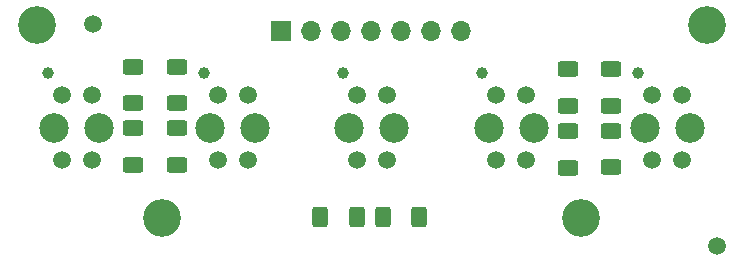
<source format=gbr>
%TF.GenerationSoftware,KiCad,Pcbnew,8.0.2*%
%TF.CreationDate,2024-11-07T23:12:14+05:30*%
%TF.ProjectId,lsa,6c73612e-6b69-4636-9164-5f7063625858,rev?*%
%TF.SameCoordinates,Original*%
%TF.FileFunction,Soldermask,Bot*%
%TF.FilePolarity,Negative*%
%FSLAX46Y46*%
G04 Gerber Fmt 4.6, Leading zero omitted, Abs format (unit mm)*
G04 Created by KiCad (PCBNEW 8.0.2) date 2024-11-07 23:12:14*
%MOMM*%
%LPD*%
G01*
G04 APERTURE LIST*
G04 Aperture macros list*
%AMRoundRect*
0 Rectangle with rounded corners*
0 $1 Rounding radius*
0 $2 $3 $4 $5 $6 $7 $8 $9 X,Y pos of 4 corners*
0 Add a 4 corners polygon primitive as box body*
4,1,4,$2,$3,$4,$5,$6,$7,$8,$9,$2,$3,0*
0 Add four circle primitives for the rounded corners*
1,1,$1+$1,$2,$3*
1,1,$1+$1,$4,$5*
1,1,$1+$1,$6,$7*
1,1,$1+$1,$8,$9*
0 Add four rect primitives between the rounded corners*
20,1,$1+$1,$2,$3,$4,$5,0*
20,1,$1+$1,$4,$5,$6,$7,0*
20,1,$1+$1,$6,$7,$8,$9,0*
20,1,$1+$1,$8,$9,$2,$3,0*%
G04 Aperture macros list end*
%ADD10C,3.200000*%
%ADD11R,1.700000X1.700000*%
%ADD12O,1.700000X1.700000*%
%ADD13C,1.000000*%
%ADD14C,2.500000*%
%ADD15C,1.500000*%
%ADD16RoundRect,0.250000X0.625000X-0.400000X0.625000X0.400000X-0.625000X0.400000X-0.625000X-0.400000X0*%
%ADD17RoundRect,0.250000X-0.400000X-0.625000X0.400000X-0.625000X0.400000X0.625000X-0.400000X0.625000X0*%
G04 APERTURE END LIST*
D10*
%TO.C,REF\u002A\u002A*%
X98460000Y-88220000D03*
%TD*%
%TO.C,REF\u002A\u002A*%
X144540000Y-71910000D03*
%TD*%
D11*
%TO.C,J1*%
X108500000Y-72400000D03*
D12*
X111040000Y-72400000D03*
X113580000Y-72400000D03*
X116120000Y-72400000D03*
X118660000Y-72400000D03*
X121200000Y-72400000D03*
X123740000Y-72400000D03*
%TD*%
D13*
%TO.C,U5*%
X88750000Y-75950000D03*
D14*
X93100000Y-80600000D03*
X89300000Y-80600000D03*
D15*
X92470000Y-83350000D03*
X89930000Y-83350000D03*
X92470000Y-77850000D03*
X89930000Y-77850000D03*
%TD*%
D13*
%TO.C,U3*%
X113750000Y-75950000D03*
D14*
X118100000Y-80600000D03*
X114300000Y-80600000D03*
D15*
X117470000Y-83350000D03*
X114930000Y-83350000D03*
X117470000Y-77850000D03*
X114930000Y-77850000D03*
%TD*%
D10*
%TO.C,REF\u002A\u002A*%
X133900000Y-88220000D03*
%TD*%
%TO.C,REF\u002A\u002A*%
X87810000Y-71910000D03*
%TD*%
D13*
%TO.C,U4*%
X101950000Y-75950000D03*
D14*
X106300000Y-80600000D03*
X102500000Y-80600000D03*
D15*
X105670000Y-83350000D03*
X103130000Y-83350000D03*
X105670000Y-77850000D03*
X103130000Y-77850000D03*
%TD*%
D13*
%TO.C,U2*%
X125550000Y-75950000D03*
D14*
X129900000Y-80600000D03*
X126100000Y-80600000D03*
D15*
X129270000Y-83350000D03*
X126730000Y-83350000D03*
X129270000Y-77850000D03*
X126730000Y-77850000D03*
%TD*%
D13*
%TO.C,U1*%
X138750000Y-75950000D03*
D14*
X143100000Y-80600000D03*
X139300000Y-80600000D03*
D15*
X142470000Y-83350000D03*
X139930000Y-83350000D03*
X142470000Y-77850000D03*
X139930000Y-77850000D03*
%TD*%
D16*
%TO.C,R7*%
X99700000Y-78550000D03*
X99700000Y-75450000D03*
%TD*%
%TO.C,R2*%
X136400000Y-83950000D03*
X136400000Y-80850000D03*
%TD*%
D17*
%TO.C,R5*%
X117100000Y-88200000D03*
X120200000Y-88200000D03*
%TD*%
D16*
%TO.C,R9*%
X96000000Y-78550000D03*
X96000000Y-75450000D03*
%TD*%
D15*
%TO.C,REF\u002A\u002A*%
X145440000Y-90610000D03*
%TD*%
D16*
%TO.C,R4*%
X132800000Y-84000000D03*
X132800000Y-80900000D03*
%TD*%
%TO.C,R3*%
X132800000Y-78750000D03*
X132800000Y-75650000D03*
%TD*%
%TO.C,R1*%
X136400000Y-78750000D03*
X136400000Y-75650000D03*
%TD*%
%TO.C,R8*%
X99700000Y-83750000D03*
X99700000Y-80650000D03*
%TD*%
D17*
%TO.C,R6*%
X111800000Y-88200000D03*
X114900000Y-88200000D03*
%TD*%
D16*
%TO.C,R10*%
X96000000Y-83750000D03*
X96000000Y-80650000D03*
%TD*%
D15*
%TO.C,REF\u002A\u002A*%
X92550000Y-71850000D03*
%TD*%
M02*

</source>
